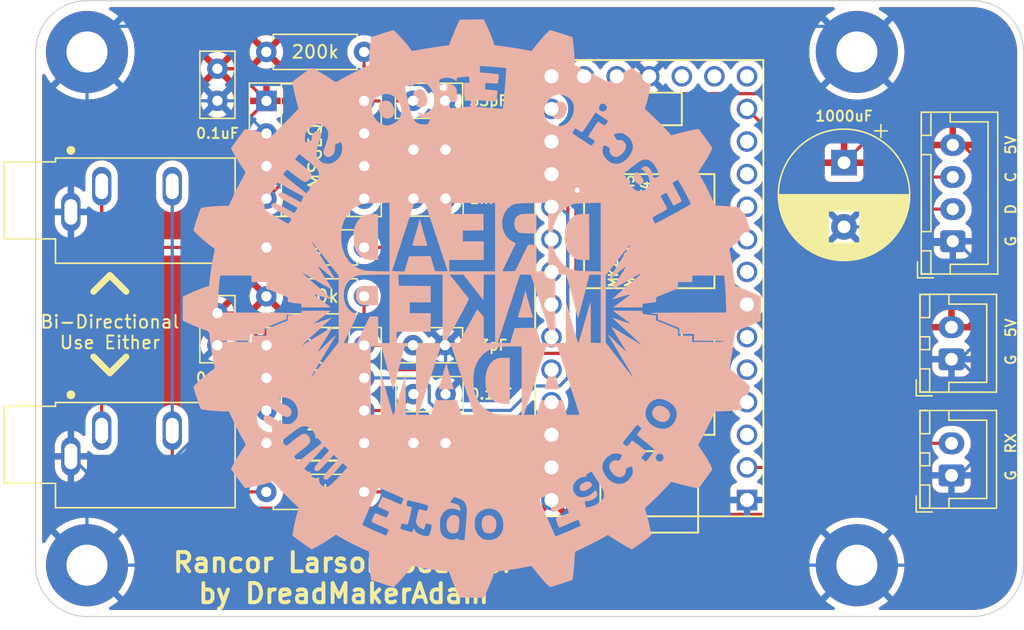
<source format=kicad_pcb>
(kicad_pcb (version 20211014) (generator pcbnew)
  (layers (0 "F.Cu" signal) (31 "B.Cu" signal) (34 "B.Paste" user) (35 "F.Paste" user) (36 "B.SilkS" user "B.Silkscreen") (37 "F.SilkS" user "F.Silkscreen") (38 "B.Mask" user) (39 "F.Mask" user) (44 "Edge.Cuts" user))
  (net 0 "")
  (net 1 "GND")
  (net 4 "LED_CLOCK")
  (net 8 "A0")
  (net 9 "A1")
  (net 10 "STROBE")
  (net 11 "RESET")
  (net 19 "+5V")
  (net 20 "LED_DATA")
  (net 31 "RX")
  (net 32 "AUDIO_L")
  (net 33 "AUDIO_R")
  (net 34 "Net-(C3-Pad1)")
  (net 35 "Net-(C4-Pad1)")
  (net 36 "Net-(C5-Pad1)")
  (net 37 "Net-(C6-Pad1)")
  (net 38 "Net-(C3-Pad2)")
  (net 39 "Net-(C7-Pad2)")
  (net 40 "Net-(C4-Pad2)")
  (net 41 "Net-(C8-Pad2)")
  (footprint "teensy:CUI_SJ1-3533NG" (layer "F.Cu") (at 38.745 71.5175)
    (fp_text reference "A2" hide)
    (fp_text value "SJ1-3533NG")
    (pad "1" thru_hole oval locked (at 0 0) (size 1.508 3.016) (drill oval 1 2) (layers *.Cu *.Mask) (net 1 "GND"))
    (pad "2" thru_hole oval locked (at 2.4 -2) (size 1.508 3.016) (drill oval 1 2) (layers *.Cu *.Mask) (net 32 "AUDIO_L"))
    (pad "3" thru_hole oval locked (at 7.9 -2) (size 1.508 3.016) (drill oval 1 2) (layers *.Cu *.Mask) (net 33 "AUDIO_R"))
  )
  (footprint "Capacitor_THT:C_Disc_D5.0mm_W2.5mm_P2.50mm" (layer "F.Cu") (at 67.945 51.425 180)
    (fp_text reference "C3" hide)
    (fp_text value "1nF")
    (pad "1" thru_hole circle (at 0 0 180) (size 1.6 1.6) (drill 0.8) (layers *.Cu *.Mask) (net 34 "Net-(C3-Pad1)"))
    (pad "2" thru_hole circle (at 2.5 0 180) (size 1.6 1.6) (drill 0.8) (layers *.Cu *.Mask) (net 38 "Net-(C3-Pad2)"))
  )
  (footprint "Connector_JST:JST_XH_B2B-XH-A_1x02_P2.50mm_Vertical" (layer "F.Cu") (at 107.375 73 90)
    (fp_text reference "J2" hide)
    (fp_text value "UART")
    (pad "1" thru_hole roundrect (at 0 0 90) (size 1.7 2) (drill 1) (layers *.Cu *.Mask) (roundrect_rratio 0.1470588235) (net 1 "GND"))
    (pad "2" thru_hole oval (at 2.5 0 90) (size 1.7 2) (drill 1) (layers *.Cu *.Mask) (net 31 "RX"))
  )
  (footprint "Capacitor_THT:C_Disc_D5.0mm_W2.5mm_P2.50mm" (layer "F.Cu") (at 65.405 62.855)
    (fp_text reference "C6" hide)
    (fp_text value "33pF")
    (pad "1" thru_hole circle (at 0 0) (size 1.6 1.6) (drill 0.8) (layers *.Cu *.Mask) (net 37 "Net-(C6-Pad1)"))
    (pad "2" thru_hole circle (at 2.5 0) (size 1.6 1.6) (drill 0.8) (layers *.Cu *.Mask) (net 1 "GND"))
  )
  (footprint "teensy:Teensy30_31_32_LC" (layer "F.Cu") (at 83.82 58.41 90)
    (fp_text reference "U1" hide)
    (fp_text value "Teensy3.2")
    (fp_text user "MKL26Z64VFT4" (at 4.445 -0.254 90) (layer "F.SilkS") (effects (font (size 0.7 0.7))))
    (fp_text user "MK20DX128VLH5" (at 4.445 -1.524 90) (layer "F.SilkS") (effects (font (size 0.7 0.7))))
    (fp_text user "MK20DX256VLH7" (at 4.445 -2.794 90) (layer "F.SilkS") (effects (font (size 0.7 0.7))))
    (pad "1" thru_hole rect (at -16.51 7.62 90) (size 1.6 1.6) (drill 1.1) (layers *.Cu *.Mask) (net 1 "GND"))
    (pad "2" thru_hole circle (at -13.97 7.62 90) (size 1.6 1.6) (drill 1.1) (layers *.Cu *.Mask) (net 31 "RX"))
    (pad "3" thru_hole circle (at -11.43 7.62 90) (size 1.6 1.6) (drill 1.1) (layers *.Cu *.Mask))
    (pad "4" thru_hole circle (at -8.89 7.62 90) (size 1.6 1.6) (drill 1.1) (layers *.Cu *.Mask))
    (pad "5" thru_hole circle (at -6.35 7.62 90) (size 1.6 1.6) (drill 1.1) (layers *.Cu *.Mask))
    (pad "6" thru_hole circle (at -3.81 7.62 90) (size 1.6 1.6) (drill 1.1) (layers *.Cu *.Mask))
    (pad "7" thru_hole circle (at -1.27 7.62 90) (size 1.6 1.6) (drill 1.1) (layers *.Cu *.Mask))
    (pad "8" thru_hole circle (at 1.27 7.62 90) (size 1.6 1.6) (drill 1.1) (layers *.Cu *.Mask))
    (pad "9" thru_hole circle (at 3.81 7.62 90) (size 1.6 1.6) (drill 1.1) (layers *.Cu *.Mask))
    (pad "10" thru_hole circle (at 6.35 7.62 90) (size 1.6 1.6) (drill 1.1) (layers *.Cu *.Mask))
    (pad "11" thru_hole circle (at 8.89 7.62 90) (size 1.6 1.6) (drill 1.1) (layers *.Cu *.Mask))
    (pad "12" thru_hole circle (at 11.43 7.62 90) (size 1.6 1.6) (drill 1.1) (layers *.Cu *.Mask))
    (pad "13" thru_hole circle (at 13.97 7.62 90) (size 1.6 1.6) (drill 1.1) (layers *.Cu *.Mask) (net 20 "LED_DATA"))
    (pad "14" thru_hole circle (at 16.51 7.62 90) (size 1.6 1.6) (drill 1.1) (layers *.Cu *.Mask))
    (pad "15" thru_hole circle (at 16.51 5.08 90) (size 1.6 1.6) (drill 1.1) (layers *.Cu *.Mask))
    (pad "16" thru_hole circle (at 16.51 2.54 90) (size 1.6 1.6) (drill 1.1) (layers *.Cu *.Mask))
    (pad "17" thru_hole circle (at 16.51 0 90) (size 1.6 1.6) (drill 1.1) (layers *.Cu *.Mask) (net 1 "GND"))
    (pad "18" thru_hole circle (at 16.51 -2.54 90) (size 1.6 1.6) (drill 1.1) (layers *.Cu *.Mask))
    (pad "19" thru_hole circle (at 16.51 -5.08 90) (size 1.6 1.6) (drill 1.1) (layers *.Cu *.Mask))
    (pad "20" thru_hole circle (at 16.51 -7.62 90) (size 1.6 1.6) (drill 1.1) (layers *.Cu *.Mask) (net 4 "LED_CLOCK"))
    (pad "21" thru_hole circle (at 13.97 -7.62 90) (size 1.6 1.6) (drill 1.1) (layers *.Cu *.Mask) (net 8 "A0"))
    (pad "22" thru_hole circle (at 11.43 -7.62 90) (size 1.6 1.6) (drill 1.1) (layers *.Cu *.Mask) (net 9 "A1"))
    (pad "23" thru_hole circle (at 8.89 -7.62 90) (size 1.6 1.6) (drill 1.1) (layers *.Cu *.Mask) (net 10 "STROBE"))
    (pad "24" thru_hole circle (at 6.35 -7.62 90) (size 1.6 1.6) (drill 1.1) (layers *.Cu *.Mask) (net 11 "RESET"))
    (pad "25" thru_hole circle (at 3.81 -7.62 90) (size 1.6 1.6) (drill 1.1) (layers *.Cu *.Mask))
    (pad "26" thru_hole circle (at 1.27 -7.62 90) (size 1.6 1.6) (drill 1.1) (layers *.Cu *.Mask))
    (pad "27" thru_hole circle (at -1.27 -7.62 90) (size 1.6 1.6) (drill 1.1) (layers *.Cu *.Mask))
    (pad "28" thru_hole circle (at -3.81 -7.62 90) (size 1.6 1.6) (drill 1.1) (layers *.Cu *.Mask))
    (pad "29" thru_hole circle (at -6.35 -7.62 90) (size 1.6 1.6) (drill 1.1) (layers *.Cu *.Mask))
    (pad "30" thru_hole circle (at -8.89 -7.62 90) (size 1.6 1.6) (drill 1.1) (layers *.Cu *.Mask))
    (pad "31" thru_hole circle (at -11.43 -7.62 90) (size 1.6 1.6) (drill 1.1) (layers *.Cu *.Mask))
    (pad "32" thru_hole circle (at -13.97 -7.62 90) (size 1.6 1.6) (drill 1.1) (layers *.Cu *.Mask) (net 1 "GND"))
    (pad "33" thru_hole circle (at -16.51 -7.62 90) (size 1.6 1.6) (drill 1.1) (layers *.Cu *.Mask) (net 19 "+5V"))
  )
  (footprint "Resistor_THT:R_Axial_DIN0207_L6.3mm_D2.5mm_P7.62mm_Horizontal" (layer "F.Cu") (at 53.975 74.285)
    (fp_text reference "R2" hide)
    (fp_text value "22k")
    (pad "1" thru_hole circle (at 0 0) (size 1.6 1.6) (drill 0.8) (layers *.Cu *.Mask) (net 33 "AUDIO_R"))
    (pad "2" thru_hole oval (at 7.62 0) (size 1.6 1.6) (drill 0.8) (layers *.Cu *.Mask) (net 35 "Net-(C4-Pad1)"))
  )
  (footprint "Resistor_THT:R_Axial_DIN0207_L6.3mm_D2.5mm_P7.62mm_Horizontal" (layer "F.Cu") (at 53.975 59.045)
    (fp_text reference "R4" hide)
    (fp_text value "200k")
    (pad "1" thru_hole circle (at 0 0) (size 1.6 1.6) (drill 0.8) (layers *.Cu *.Mask) (net 19 "+5V"))
    (pad "2" thru_hole oval (at 7.62 0) (size 1.6 1.6) (drill 0.8) (layers *.Cu *.Mask) (net 37 "Net-(C6-Pad1)"))
  )
  (footprint "MountingHole:MountingHole_3.2mm_M3_Pad" (layer "F.Cu") (at 40 40)
    (fp_text reference "H1" hide)
    (fp_text value "MountHole")
    (pad "1" thru_hole circle (at 0 0) (size 6.4 6.4) (drill 3.2) (layers *.Cu *.Mask) (net 1 "GND"))
  )
  (footprint "MountingHole:MountingHole_3.2mm_M3_Pad" (layer "F.Cu") (at 100 40)
    (fp_text reference "H4" hide)
    (fp_text value "MountHole")
    (pad "1" thru_hole circle (at 0 0) (size 6.4 6.4) (drill 3.2) (layers *.Cu *.Mask) (net 1 "GND"))
  )
  (footprint "Capacitor_THT:C_Disc_D5.0mm_W2.5mm_P2.50mm" (layer "F.Cu") (at 50.165 43.805 90)
    (fp_text reference "C1" hide)
    (fp_text value "0.1uF")
    (pad "1" thru_hole circle (at 0 0 90) (size 1.6 1.6) (drill 0.8) (layers *.Cu *.Mask) (net 1 "GND"))
    (pad "2" thru_hole circle (at 2.5 0 90) (size 1.6 1.6) (drill 0.8) (layers *.Cu *.Mask) (net 19 "+5V"))
  )
  (footprint "Resistor_THT:R_Axial_DIN0207_L6.3mm_D2.5mm_P7.62mm_Horizontal" (layer "F.Cu") (at 53.975 39.995)
    (fp_text reference "R3" hide)
    (fp_text value "200k")
    (pad "1" thru_hole circle (at 0 0) (size 1.6 1.6) (drill 0.8) (layers *.Cu *.Mask) (net 19 "+5V"))
    (pad "2" thru_hole oval (at 7.62 0) (size 1.6 1.6) (drill 0.8) (layers *.Cu *.Mask) (net 36 "Net-(C5-Pad1)"))
  )
  (footprint "teensy:CUI_SJ1-3533NG" (layer "F.Cu") (at 38.745 52.4675)
    (fp_text reference "A1" hide)
    (fp_text value "SJ1-3533NG")
    (pad "1" thru_hole oval locked (at 0 0) (size 1.508 3.016) (drill oval 1 2) (layers *.Cu *.Mask) (net 1 "GND"))
    (pad "2" thru_hole oval locked (at 2.4 -2) (size 1.508 3.016) (drill oval 1 2) (layers *.Cu *.Mask) (net 32 "AUDIO_L"))
    (pad "3" thru_hole oval locked (at 7.9 -2) (size 1.508 3.016) (drill oval 1 2) (layers *.Cu *.Mask) (net 33 "AUDIO_R"))
  )
  (footprint "Connector_JST:JST_XH_B2B-XH-A_1x02_P2.50mm_Vertical" (layer "F.Cu") (at 107.375 63.95 90)
    (fp_text reference "J1" hide)
    (fp_text value "Power")
    (pad "1" thru_hole roundrect (at 0 0 90) (size 1.7 2) (drill 1) (layers *.Cu *.Mask) (roundrect_rratio 0.1470588235) (net 1 "GND"))
    (pad "2" thru_hole oval (at 2.5 0 90) (size 1.7 2) (drill 1) (layers *.Cu *.Mask) (net 19 "+5V"))
  )
  (footprint "Capacitor_THT:C_Disc_D5.0mm_W2.5mm_P2.50mm" (layer "F.Cu") (at 67.945 70.475 180)
    (fp_text reference "C4" hide)
    (fp_text value "1nF")
    (pad "1" thru_hole circle (at 0 0 180) (size 1.6 1.6) (drill 0.8) (layers *.Cu *.Mask) (net 35 "Net-(C4-Pad1)"))
    (pad "2" thru_hole circle (at 2.5 0 180) (size 1.6 1.6) (drill 0.8) (layers *.Cu *.Mask) (net 40 "Net-(C4-Pad2)"))
  )
  (footprint "MountingHole:MountingHole_3.2mm_M3_Pad" (layer "F.Cu") (at 100 80)
    (fp_text reference "H2" hide)
    (fp_text value "MountHole")
    (pad "1" thru_hole circle (at 0 0) (size 6.4 6.4) (drill 3.2) (layers *.Cu *.Mask) (net 1 "GND"))
  )
  (footprint "Package_DIP:DIP-8_W7.62mm_Socket" (layer "F.Cu") (at 53.985 43.815)
    (fp_text reference "U2" hide)
    (fp_text value "MSGEQ7")
    (pad "1" thru_hole rect (at 0 0) (size 1.6 1.6) (drill 0.8) (layers *.Cu *.Mask) (net 19 "+5V"))
    (pad "2" thru_hole oval (at 0 2.54) (size 1.6 1.6) (drill 0.8) (layers *.Cu *.Mask) (net 1 "GND"))
    (pad "3" thru_hole oval (at 0 5.08) (size 1.6 1.6) (drill 0.8) (layers *.Cu *.Mask) (net 8 "A0"))
    (pad "4" thru_hole oval (at 0 7.62) (size 1.6 1.6) (drill 0.8) (layers *.Cu *.Mask) (net 10 "STROBE"))
    (pad "5" thru_hole oval (at 7.62 7.62) (size 1.6 1.6) (drill 0.8) (layers *.Cu *.Mask) (net 38 "Net-(C3-Pad2)"))
    (pad "6" thru_hole oval (at 7.62 5.08) (size 1.6 1.6) (drill 0.8) (layers *.Cu *.Mask) (net 39 "Net-(C7-Pad2)"))
    (pad "7" thru_hole oval (at 7.62 2.54) (size 1.6 1.6) (drill 0.8) (layers *.Cu *.Mask) (net 11 "RESET"))
    (pad "8" thru_hole oval (at 7.62 0) (size 1.6 1.6) (drill 0.8) (layers *.Cu *.Mask) (net 36 "Net-(C5-Pad1)"))
  )
  (footprint "Capacitor_THT:C_Disc_D5.0mm_W2.5mm_P2.50mm" (layer "F.Cu") (at 67.945 47.615 180)
    (fp_text reference "C7" hide)
    (fp_text value "0.1uF")
    (pad "1" thru_hole circle (at 0 0 180) (size 1.6 1.6) (drill 0.8) (layers *.Cu *.Mask) (net 1 "GND"))
    (pad "2" thru_hole circle (at 2.5 0 180) (size 1.6 1.6) (drill 0.8) (layers *.Cu *.Mask) (net 39 "Net-(C7-Pad2)"))
  )
  (footprint "Capacitor_THT:C_Disc_D5.0mm_W2.5mm_P2.50mm" (layer "F.Cu") (at 67.945 66.665 180)
    (fp_text reference "C8" hide)
    (fp_text value "0.1uF")
    (pad "1" thru_hole circle (at 0 0 180) (size 1.6 1.6) (drill 0.8) (layers *.Cu *.Mask) (net 1 "GND"))
    (pad "2" thru_hole circle (at 2.5 0 180) (size 1.6 1.6) (drill 0.8) (layers *.Cu *.Mask) (net 41 "Net-(C8-Pad2)"))
  )
  (footprint "Capacitor_THT:CP_Radial_D10.0mm_P5.00mm" (layer "F.Cu") (at 99 48.632323 -90)
    (fp_text reference "C9" hide)
    (fp_text value "1000uF")
    (pad "1" thru_hole rect (at 0 0 270) (size 2 2) (drill 1) (layers *.Cu *.Mask) (net 19 "+5V"))
    (pad "2" thru_hole circle (at 5 0 270) (size 2 2) (drill 1) (layers *.Cu *.Mask) (net 1 "GND"))
  )
  (footprint "Package_DIP:DIP-8_W7.62mm_Socket" (layer "F.Cu") (at 53.985 62.865)
    (fp_text reference "U3" hide)
    (fp_text value "MSGEQ7")
    (pad "1" thru_hole rect (at 0 0) (size 1.6 1.6) (drill 0.8) (layers *.Cu *.Mask) (net 19 "+5V"))
    (pad "2" thru_hole oval (at 0 2.54) (size 1.6 1.6) (drill 0.8) (layers *.Cu *.Mask) (net 1 "GND"))
    (pad "3" thru_hole oval (at 0 5.08) (size 1.6 1.6) (drill 0.8) (layers *.Cu *.Mask) (net 9 "A1"))
    (pad "4" thru_hole oval (at 0 7.62) (size 1.6 1.6) (drill 0.8) (layers *.Cu *.Mask) (net 10 "STROBE"))
    (pad "5" thru_hole oval (at 7.62 7.62) (size 1.6 1.6) (drill 0.8) (layers *.Cu *.Mask) (net 40 "Net-(C4-Pad2)"))
    (pad "6" thru_hole oval (at 7.62 5.08) (size 1.6 1.6) (drill 0.8) (layers *.Cu *.Mask) (net 41 "Net-(C8-Pad2)"))
    (pad "7" thru_hole oval (at 7.62 2.54) (size 1.6 1.6) (drill 0.8) (layers *.Cu *.Mask) (net 11 "RESET"))
    (pad "8" thru_hole oval (at 7.62 0) (size 1.6 1.6) (drill 0.8) (layers *.Cu *.Mask) (net 37 "Net-(C6-Pad1)"))
  )
  (footprint "Capacitor_THT:C_Disc_D5.0mm_W2.5mm_P2.50mm" (layer "F.Cu") (at 50.165 62.855 90)
    (fp_text reference "C2" hide)
    (fp_text value "0.1uF")
    (pad "1" thru_hole circle (at 0 0 90) (size 1.6 1.6) (drill 0.8) (layers *.Cu *.Mask) (net 1 "GND"))
    (pad "2" thru_hole circle (at 2.5 0 90) (size 1.6 1.6) (drill 0.8) (layers *.Cu *.Mask) (net 19 "+5V"))
  )
  (footprint "MountingHole:MountingHole_3.2mm_M3_Pad" (layer "F.Cu") (at 40 80)
    (fp_text reference "H3" hide)
    (fp_text value "MountHole")
    (pad "1" thru_hole circle (at 0 0) (size 6.4 6.4) (drill 3.2) (layers *.Cu *.Mask) (net 1 "GND"))
  )
  (footprint "Connector_JST:JST_XH_B4B-XH-A_1x04_P2.50mm_Vertical" (layer "F.Cu") (at 107.475 54.75 90)
    (fp_text reference "J3" hide)
    (fp_text value "LED_OUT")
    (pad "1" thru_hole roundrect (at 0 0 90) (size 1.7 1.95) (drill 0.95) (layers *.Cu *.Mask) (roundrect_rratio 0.1470588235) (net 1 "GND"))
    (pad "2" thru_hole oval (at 2.5 0 90) (size 1.7 1.95) (drill 0.95) (layers *.Cu *.Mask) (net 20 "LED_DATA"))
    (pad "3" thru_hole oval (at 5 0 90) (size 1.7 1.95) (drill 0.95) (layers *.Cu *.Mask) (net 4 "LED_CLOCK"))
    (pad "4" thru_hole oval (at 7.5 0 90) (size 1.7 1.95) (drill 0.95) (layers *.Cu *.Mask) (net 19 "+5V"))
  )
  (footprint "Capacitor_THT:C_Disc_D5.0mm_W2.5mm_P2.50mm" (layer "F.Cu") (at 65.405 43.805)
    (fp_text reference "C5" hide)
    (fp_text value "33pF")
    (pad "1" thru_hole circle (at 0 0) (size 1.6 1.6) (drill 0.8) (layers *.Cu *.Mask) (net 36 "Net-(C5-Pad1)"))
    (pad "2" thru_hole circle (at 2.5 0) (size 1.6 1.6) (drill 0.8) (layers *.Cu *.Mask) (net 1 "GND"))
  )
  (footprint "Resistor_THT:R_Axial_DIN0207_L6.3mm_D2.5mm_P7.62mm_Horizontal" (layer "F.Cu") (at 53.975 55.235)
    (fp_text reference "R1" hide)
    (fp_text value "22k")
    (pad "1" thru_hole circle (at 0 0) (size 1.6 1.6) (drill 0.8) (layers *.Cu *.Mask) (net 32 "AUDIO_L"))
    (pad "2" thru_hole oval (at 7.62 0) (size 1.6 1.6) (drill 0.8) (layers *.Cu *.Mask) (net 34 "Net-(C3-Pad1)"))
  )
  (footprint "custom:logo" (layer "B.Cu") (at 70 60 180)
    (fp_text reference "G***" hide)
    (fp_text value "LOGO" hide)
  )
  (gr_line (start 40.513 63.754) (end 41.783 65.024) (layer "F.SilkS") (width 0.5))
  (gr_line (start 40.513 58.674) (end 41.783 57.404) (layer "F.SilkS") (width 0.5))
  (gr_line (start 41.783 57.404) (end 43.053 58.674) (layer "F.SilkS") (width 0.5))
  (gr_line (start 41.783 65.024) (end 43.053 63.754) (layer "F.SilkS") (width 0.5))
  (gr_arc (start 109 36) (mid 111.828427 37.171573) (end 113 40) (layer "Edge.Cuts") (width 0.1))
  (gr_line (start 40 36) (end 109 36) (layer "Edge.Cuts") (width 0.1))
  (gr_arc (start 40 84) (mid 37.171573 82.828427) (end 36 80) (layer "Edge.Cuts") (width 0.1))
  (gr_line (start 40 84) (end 109 84) (layer "Edge.Cuts") (width 0.1))
  (gr_line (start 36 40) (end 36 80) (layer "Edge.Cuts") (width 0.1))
  (gr_arc (start 113 80) (mid 111.828427 82.828427) (end 109 84) (layer "Edge.Cuts") (width 0.1))
  (gr_line (start 113 80) (end 113 40) (layer "Edge.Cuts") (width 0.1))
  (gr_arc (start 36 40) (mid 37.171573 37.171573) (end 40 36) (layer "Edge.Cuts") (width 0.1))
  (gr_text "1nF" (at 69.723 70.475) (layer "F.SilkS") (effects (font (size 0.8 0.8)) (justify left)))
  (gr_text "5V" (at 112 47.25 90) (layer "F.SilkS") (effects (font (size 0.8 0.8))))
  (gr_text "0.1uF" (at 50.165 65.395) (layer "F.SilkS") (effects (font (size 0.8 0.8))))
  (gr_text "1000uF" (at 99 45) (layer "F.SilkS") (effects (font (size 0.8 0.8))))
  (gr_text "Rancor Larson Scanner\nby DreadMakerAdam" (at 60 81) (layer "F.SilkS") (effects (font (size 1.5 1.5) (thickness 0.3))))
  (gr_text "33pF" (at 69.723 43.805) (layer "F.SilkS") (effects (font (size 0.8 0.8)) (justify left)))
  (gr_text "MSGEQ7" (at 57.785 47.615 90) (layer "F.SilkS") (effects (font (size 1 1))))
  (gr_text "C" (at 112 49.75 90) (layer "F.SilkS") (effects (font (size 0.8 0.8))))
  (gr_text "33pF" (at 69.723 62.855) (layer "F.SilkS") (effects (font (size 0.8 0.8)) (justify left)))
  (gr_text "0.1uF" (at 50.165 46.345) (layer "F.SilkS") (effects (font (size 0.8 0.8))))
  (gr_text "5V" (at 112 61.5 90) (layer "F.SilkS") (effects (font (size 0.8 0.8))))
  (gr_text "Bi-Directional\nUse Either" (at 41.783 61.839) (layer "F.SilkS") (effects (font (size 1 1))))
  (gr_text "G" (at 112 54.75 90) (layer "F.SilkS") (effects (font (size 0.8 0.8))))
  (gr_text "D" (at 112 52.25 90) (layer "F.SilkS") (effects (font (size 0.8 0.8))))
  (gr_text "0.1uF" (at 69.723 47.615) (layer "F.SilkS") (effects (font (size 0.8 0.8)) (justify left)))
  (gr_text "22k" (at 57.785 74.285) (layer "F.SilkS") (effects (font (size 1 1))))
  (gr_text "200k" (at 57.785 39.995) (layer "F.SilkS") (effects (font (size 1 1))))
  (gr_text "1nF" (at 69.723 51.425) (layer "F.SilkS") (effects (font (size 0.8 0.8)) (justify left)))
  (gr_text "RX" (at 112 70.5 90) (layer "F.SilkS") (effects (font (size 0.8 0.8))))
  (gr_text "22k" (at 57.785 55.235) (layer "F.SilkS") (effects (font (size 1 1))))
  (gr_text "MSGEQ7" (at 57.795 66.665 90) (layer "F.SilkS") (effects (font (size 1 1))))
  (gr_text "200k" (at 57.785 59.045) (layer "F.SilkS") (effects (font (size 1 1))))
  (gr_text "0.1uF" (at 69.723 66.665) (layer "F.SilkS") (effects (font (size 0.8 0.8)) (justify left)))
  (gr_text "G" (at 112 73 90) (layer "F.SilkS") (effects (font (size 0.8 0.8))))
  (gr_text "G" (at 112 64 90) (layer "F.SilkS") (effects (font (size 0.8 0.8))))
  (segment (start 109 56) (end 107.75 54.75) (width 0.25) (layer "B.Cu") (net 1))
  (segment (start 40.005 40.005) (end 40 40) (width 0.25) (layer "B.Cu") (net 1))
  (segment (start 40 80) (end 100 80) (width 0.25) (layer "B.Cu") (net 1))
  (segment (start 66.675 61.585) (end 66.675 61.625) (width 0.25) (layer "B.Cu") (net 1))
  (segment (start 101.632323 53.632323) (end 103 55) (width 0.25) (layer "B.Cu") (net 1))
  (segment (start 107.375 63.95) (end 108.05 63.95) (width 0.25) (layer "B.Cu") (net 1))
  (segment (start 51.435 62.855) (end 53.985 65.405) (width 0.25) (layer "B.Cu") (net 1))
  (segment (start 40 72.7725) (end 38.745 71.5175) (width 0.25) (layer "B.Cu") (net 1))
  (segment (start 76.2 72.38) (end 47.625 72.38) (width 0.25) (layer "B.Cu") (net 1))
  (segment (start 106 80) (end 107.375 78.625) (width 0.25) (layer "B.Cu") (net 1))
  (segment (start 107.95 63.95) (end 107.375 63.95) (width 0.25) (layer "B.Cu") (net 1))
  (segment (start 100 80) (end 106 80) (width 0.25) (layer "B.Cu") (net 1))
  (segment (start 50.165 62.855) (end 51.435 61.585) (width 0.25) (layer "B.Cu") (net 1))
  (segment (start 107.225 55) (end 107.475 54.75) (width 0.25) (layer "B.Cu") (net 1))
  (segment (start 50.165 68.276757) (end 50.165 62.855) (width 0.25) (layer "B.Cu") (net 1))
  (segment (start 103 55) (end 107.225 55) (width 0.25) (layer "B.Cu") (net 1))
  (segment (start 82.55 43.17) (end 83.82 41.9) (width 0.25) (layer "B.Cu") (net 1))
  (segment (start 109 72) (end 109 65) (width 0.25) (layer "B.Cu") (net 1))
  (segment (start 91.44 74.92) (end 94.92 74.92) (width 0.25) (layer "B.Cu") (net 1))
  (segment (start 46.7625 71.5175) (end 46.924257 71.5175) (width 0.25) (layer "B.Cu") (net 1))
  (segment (start 51.435 43.805) (end 53.985 46.355) (width 0.25) (layer "B.Cu") (net 1))
  (segment (start 50.165 62.855) (end 51.435 62.855) (width 0.25) (layer "B.Cu") (net 1))
  (segment (start 107.75 54.75) (end 107.475 54.75) (width 0.25) (layer "B.Cu") (net 1))
  (segment (start 40.005 43.805) (end 50.165 43.805) (width 0.25) (layer "B.Cu") (net 1))
  (segment (start 51.435 42.535) (end 66.635 42.535) (width 0.25) (layer "B.Cu") (net 1))
  (segment (start 51.435 61.585) (end 66.675 61.585) (width 0.25) (layer "B.Cu") (net 1))
  (segment (start 50.165 43.805) (end 51.435 43.805) (width 0.25) (layer "B.Cu") (net 1))
  (segment (start 94.92 74.92) (end 100 80) (width 0.25) (layer "B.Cu") (net 1))
  (segment (start 38.745 45.065) (end 40.005 43.805) (width 0.25) (layer "B.Cu") (net 1))
  (segment (start 67.905 43.805) (end 68.54 43.17) (width 0.25) (layer "B.Cu") (net 1))
  (segment (start 50.165 43.805) (end 51.435 42.535) (width 0.25) (layer "B.Cu") (net 1))
  (segment (start 78.74 74.92) (end 91.44 74.92) (width 0.25) (layer "B.Cu") (net 1))
  (segment (start 40 80) (end 40 72.7725) (width 0.25) (layer "B.Cu") (net 1))
  (segment (start 76.2 72.38) (end 78.74 74.92) (width 0.25) (layer "B.Cu") (net 1))
  (segment (start 40.005 43.805) (end 40.005 40.005) (width 0.25) (layer "B.Cu") (net 1))
  (segment (start 67.905 43.805) (end 67.905 47.575) (width 0.25) (layer "B.Cu") (net 1))
  (segment (start 109 63) (end 109 56) (width 0.25) (layer "B.Cu") (net 1))
  (segment (start 108 73) (end 109 72) (width 0.25) (layer "B.Cu") (net 1))
  (segment (start 99 53.632323) (end 101.632323 53.632323) (width 0.25) (layer "B.Cu") (net 1))
  (segment (start 42 38) (end 98 38) (width 0.25) (layer "B.Cu") (net 1))
  (segment (start 38.745 52.4675) (end 38.745 45.065) (width 0.25) (layer "B.Cu") (net 1))
  (segment (start 66.675 61.625) (end 67.905 62.855) (width 0.25) (layer "B.Cu") (net 1))
  (segment (start 47.625 72.38) (end 46.7625 71.5175) (width 0.25) (layer "B.Cu") (net 1))
  (segment (start 38.745 71.5175) (end 46.7625 71.5175) (width 0.25) (layer "B.Cu") (net 1))
  (segment (start 66.635 42.535) (end 67.905 43.805) (width 0.25) (layer "B.Cu") (net 1))
  (segment (start 108.05 63.95) (end 109 63) (width 0.25) (layer "B.Cu") (net 1))
  (segment (start 107.375 78.625) (end 107.375 73) (width 0.25) (layer "B.Cu") (net 1))
  (segment (start 67.945 66.665) (end 67.945 62.895) (width 0.25) (layer "B.Cu") (net 1))
  (segment (start 107.375 73) (end 108 73) (width 0.25) (layer "B.Cu") (net 1))
  (segment (start 109 65) (end 107.95 63.95) (width 0.25) (layer "B.Cu") (net 1))
  (segment (start 46.924257 71.5175) (end 50.165 68.276757) (width 0.25) (layer "B.Cu") (net 1))
  (segment (start 68.54 43.17) (end 82.55 43.17) (width 0.25) (layer "B.Cu") (net 1))
  (segment (start 40 40) (end 42 38) (width 0.25) (layer "B.Cu") (net 1))
  (segment (start 67.945 62.895) (end 67.905 62.855) (width 0.25) (layer "B.Cu") (net 1))
  (segment (start 98 38) (end 100 40) (width 0.25) (layer "B.Cu") (net 1))
  (segment (start 38.745 71.5175) (end 38.745 52.4675) (width 0.25) (layer "B.Cu") (net 1))
  (segment (start 67.905 47.575) (end 67.945 47.615) (width 0.25) (layer "B.Cu") (net 1))
  (segment (start 107.475 49.75) (end 101.25 49.75) (width 0.25) (layer "F.Cu") (net 4))
  (segment (start 93.75 47) (end 93.75 44) (width 0.25) (layer "F.Cu") (net 4))
  (segment (start 93 43.25) (end 77.55 43.25) (width 0.25) (layer "F.Cu") (net 4))
  (segment (start 77.55 43.25) (end 76.2 41.9) (width 0.25) (layer "F.Cu") (net 4))
  (segment (start 93.75 44) (end 93 43.25) (width 0.25) (layer "F.Cu") (net 4))
  (segment (start 97 50.25) (end 93.75 47) (width 0.25) (layer "F.Cu") (net 4))
  (segment (start 101.25 49.75) (end 100.75 50.25) (width 0.25) (layer "F.Cu") (net 4))
  (segment (start 100.75 50.25) (end 97 50.25) (width 0.25) (layer "F.Cu") (net 4))
  (segment (start 63.5 45.71) (end 74.93 45.71) (width 0.25) (layer "F.Cu") (net 8))
  (segment (start 74.93 45.71) (end 76.2 44.44) (width 0.25) (layer "F.Cu") (net 8))
  (segment (start 57.785 45.075) (end 62.865 45.075) (width 0.25) (layer "F.Cu") (net 8))
  (segment (start 57.785 45.095) (end 57.785 45.075) (width 0.25) (layer "F.Cu") (net 8))
  (segment (start 53.985 48.895) (end 57.785 45.095) (width 0.25) (layer "F.Cu") (net 8))
  (segment (start 62.865 45.075) (end 63.5 45.71) (width 0.25) (layer "F.Cu") (net 8))
  (segment (start 62.865 64.125) (end 63.5 64.76) (width 0.25) (layer "F.Cu") (net 9))
  (segment (start 63.5 64.76) (end 73.025 64.76) (width 0.25) (layer "F.Cu") (net 9))
  (segment (start 53.985 67.945) (end 57.785 64.145) (width 0.25) (layer "F.Cu") (net 9))
  (segment (start 77.47 62.855) (end 77.47 48.25) (width 0.25) (layer "F.Cu") (net 9))
  (segment (start 57.785 64.145) (end 57.785 64.125) (width 0.25) (layer "F.Cu") (net 9))
  (segment (start 73.025 64.76) (end 74.295 63.49) (width 0.25) (layer "F.Cu") (net 9))
  (segment (start 74.295 63.49) (end 76.835 63.49) (width 0.25) (layer "F.Cu") (net 9))
  (segment (start 77.47 48.25) (end 76.2 46.98) (width 0.25) (layer "F.Cu") (net 9))
  (segment (start 57.785 64.125) (end 62.865 64.125) (width 0.25) (layer "F.Cu") (net 9))
  (segment (start 76.835 63.49) (end 77.47 62.855) (width 0.25) (layer "F.Cu") (net 9))
  (segment (start 55.245 50.175) (end 55.245 50.155) (width 0.25) (layer "F.Cu") (net 10))
  (segment (start 72.39 69.205) (end 73.66 69.205) (width 0.25) (layer "F.Cu") (net 10))
  (segment (start 53.985 70.485) (end 55.245 69.225) (width 0.25) (layer "F.Cu") (net 10))
  (segment (start 55.245 69.205) (end 71.12 69.205) (width 0.25) (layer "F.Cu") (net 10))
  (segment (start 55.245 50.155) (end 75.565 50.155) (width 0.25) (layer "F.Cu") (net 10))
  (segment (start 74.295 68.57) (end 78.105 68.57) (width 0.25) (layer "F.Cu") (net 10))
  (segment (start 75.565 50.155) (end 76.2 49.52) (width 0.25) (layer "F.Cu") (net 10))
  (segment (start 55.245 69.225) (end 55.245 69.205) (width 0.25) (layer "F.Cu") (net 10))
  (segment (start 80.01 67.935) (end 80.01 61.585) (width 0.25) (layer "F.Cu") (net 10))
  (segment (start 78.105 59.68) (end 78.105 50.8795) (width 0.25) (layer "F.Cu") (net 10))
  (segment (start 71.12 69.205) (end 72.39 69.205) (width 0.25) (layer "F.Cu") (net 10))
  (segment (start 73.66 69.205) (end 74.295 68.57) (width 0.25) (layer "F.Cu") (net 10))
  (segment (start 78.105 50.8795) (end 78.1945 50.79) (width 0.25) (layer "F.Cu") (net 10))
  (segment (start 78.105 68.57) (end 79.375 68.57) (width 0.25) (layer "F.Cu") (net 10))
  (segment (start 53.985 51.435) (end 55.245 50.175) (width 0.25) (layer "F.Cu") (net 10))
  (segment (start 80.01 61.585) (end 78.105 59.68) (width 0.25) (layer "F.Cu") (net 10))
  (segment (start 79.375 68.57) (end 80.01 67.935) (width 0.25) (layer "F.Cu") (net 10))
  (via (at 78.1945 50.79) (size 0.8) (drill 0.4) (layers "F.Cu" "B.Cu") (net 10))
  (segment (start 78.1945 50.79) (end 78.105 50.7005) (width 0.25) (layer "B.Cu") (net 10))
  (segment (start 77.47 49.52) (end 76.2 49.52) (width 0.25) (layer "B.Cu") (net 10))
  (segment (start 78.105 50.7005) (end 78.105 50.155) (width 0.25) (layer "B.Cu") (net 10))
  (segment (start 78.105 50.155) (end 77.47 49.52) (width 0.25) (layer "B.Cu") (net 10))
  (segment (start 66.04 65.395) (end 66.675 66.03) (width 0.25) (layer "B.Cu") (net 11))
  (segment (start 66.675 48.885) (end 67.31 49.52) (width 0.25) (layer "B.Cu") (net 11))
  (segment (start 73.66 49.52) (end 76.2 52.06) (width 0.25) (layer "B.Cu") (net 11))
  (segment (start 66.03 65.405) (end 66.04 65.395) (width 0.25) (layer "B.Cu") (net 11))
  (segment (start 67.31 67.935) (end 73.025 67.935) (width 0.25) (layer "B.Cu") (net 11))
  (segment (start 61.605 46.355) (end 66.05 46.355) (width 0.25) (layer "B.Cu") (net 11))
  (segment (start 66.675 46.98) (end 66.675 48.885) (width 0.25) (layer "B.Cu") (net 11))
  (segment (start 66.05 46.355) (end 66.675 46.98) (width 0.25) (layer "B.Cu") (net 11))
  (segment (start 77.47 52.695) (end 76.835 52.06) (width 0.25) (layer "B.Cu") (net 11))
  (segment (start 77.47 65.395) (end 77.47 52.695) (width 0.25) (layer "B.Cu") (net 11))
  (segment (start 66.675 66.03) (end 66.675 67.3) (width 0.25) (layer "B.Cu") (net 11))
  (segment (start 66.675 67.3) (end 67.31 67.935) (width 0.25) (layer "B.Cu") (net 11))
  (segment (start 74.93 66.03) (end 76.835 66.03) (width 0.25) (layer "B.Cu") (net 11))
  (segment (start 76.835 52.06) (end 76.2 52.06) (width 0.25) (layer "B.Cu") (net 11))
  (segment (start 67.31 49.52) (end 73.66 49.52) (width 0.25) (layer "B.Cu") (net 11))
  (segment (start 61.605 65.405) (end 66.03 65.405) (width 0.25) (layer "B.Cu") (net 11))
  (segment (start 73.025 67.935) (end 74.93 66.03) (width 0.25) (layer "B.Cu") (net 11))
  (segment (start 76.835 66.03) (end 77.47 65.395) (width 0.25) (layer "B.Cu") (net 11))
  (segment (start 50.165 60.355) (end 51.475 60.355) (width 0.25) (layer "F.Cu") (net 19))
  (segment (start 52.07 45.73) (end 53.985 43.815) (width 0.25) (layer "F.Cu") (net 19))
  (segment (start 109.45 61.45) (end 110 62) (width 0.25) (layer "F.Cu") (net 19))
  (segment (start 45.085 73.65) (end 46.99 75.555) (width 0.25) (layer "F.Cu") (net 19))
  (segment (start 55.245 53.33) (end 53.34 53.33) (width 0.25) (layer "F.Cu") (net 19))
  (segment (start 107.375 61.45) (end 109.45 61.45) (width 0.25) (layer "F.Cu") (net 19))
  (segment (start 110 75) (end 109 76) (width 0.25) (layer "F.Cu") (net 19))
  (segment (start 53.975 59.045) (end 55.88 57.14) (width 0.25) (layer "F.Cu") (net 19))
  (segment (start 108.55 61.45) (end 110 60) (width 0.25) (layer "F.Cu") (net 19))
  (segment (start 55.88 53.965) (end 55.245 53.33) (width 0.25) (layer "F.Cu") (net 19))
  (segment (start 52.07 52.06) (end 52.07 45.73) (width 0.25) (layer "F.Cu") (net 19))
  (segment (start 52.665 60.355) (end 53.975 59.045) (width 0.25) (layer "F.Cu") (net 19))
  (segment (start 50.165 60.355) (end 46.95 60.355) (width 0.25) (layer "F.Cu") (net 19))
  (segment (start 108.25 47.25) (end 107.475 47.25) (width 0.25) (layer "F.Cu") (net 19))
  (segment (start 46.95 60.355) (end 45.085 62.22) (width 0.25) (layer "F.Cu") (net 19))
  (segment (start 45.085 62.22) (end 45.085 73.65) (width 0.25) (layer "F.Cu") (net 19))
  (segment (start 77.324511 76.044511) (end 76.2 74.92) (width 0.25) (layer "F.Cu") (net 19))
  (segment (start 110 49) (end 108.25 47.25) (width 0.25) (layer "F.Cu") (net 19))
  (segment (start 50.165 41.305) (end 52.665 41.305) (width 0.25) (layer "F.Cu") (net 19))
  (segment (start 100.382323 47.25) (end 99 48.632323) (width 0.25) (layer "F.Cu") (net 19))
  (segment (start 46.99 75.555) (end 75.565 75.555) (width 0.25) (layer "F.Cu") (net 19))
  (segment (start 51.475 60.355) (end 53.985 62.865) (width 0.25) (layer "F.Cu") (net 19))
  (segment (start 53.34 53.33) (end 52.07 52.06) (width 0.25) (layer "F.Cu") (net 19))
  (segment (start 50.165 41.305) (end 51.475 41.305) (width 0.25) (layer "F.Cu") (net 19))
  (segment (start 110 60) (end 110 49) (width 0.25) (layer "F.Cu") (net 19))
  (segment (start 50.165 60.355) (end 52.665 60.355) (width 0.25) (layer "F.Cu") (net 19))
  (segment (start 55.88 57.14) (end 55.88 53.965) (width 0.25) (layer "F.Cu") (net 19))
  (segment (start 51.475 41.305) (end 53.985 43.815) (width 0.25) (layer "F.Cu") (net 19))
  (segment (start 75.565 75.555) (end 76.2 74.92) (width 0.25) (layer "F.Cu") (net 19))
  (segment (start 106.955489 76.044511) (end 77.324511 76.044511) (width 0.25) (layer "F.Cu") (net 19))
  (segment (start 109 76) (end 107 76) (width 0.25) (layer "F.Cu") (net 19))
  (segment (start 110 62) (end 110 75) (width 0.25) (layer "F.Cu") (net 19))
  (segment (start 52.665 41.305) (end 53.975 39.995) (width 0.25) (layer "F.Cu") (net 19))
  (segment (start 107.475 47.25) (end 100.382323 47.25) (width 0.25) (layer "F.Cu") (net 19))
  (segment (start 107 76) (end 106.955489 76.044511) (width 0.25) (layer "F.Cu") (net 19))
  (segment (start 107.375 61.45) (end 108.55 61.45) (width 0.25) (layer "F.Cu") (net 19))
  (segment (start 93 46) (end 91.44 44.44) (width 0.25) (layer "F.Cu") (net 20))
  (segment (start 93 48) (end 93 46) (width 0.25) (layer "F.Cu") (net 20))
  (segment (start 107.475 52.25) (end 101.75 52.25) (width 0.25) (layer "F.Cu") (net 20))
  (segment (start 100.75 51.25) (end 96.25 51.25) (width 0.25) (layer "F.Cu") (net 20))
  (segment (start 96.25 51.25) (end 93 48) (width 0.25) (layer "F.Cu") (net 20))
  (segment (start 101.75 52.25) (end 100.75 51.25) (width 0.25) (layer "F.Cu") (net 20))
  (segment (start 102.62 72.38) (end 104.5 70.5) (width 0.25) (layer "F.Cu") (net 31))
  (segment (start 104.5 70.5) (end 107.375 70.5) (width 0.25) (layer "F.Cu") (net 31))
  (segment (start 91.44 72.38) (end 102.62 72.38) (width 0.25) (layer "F.Cu") (net 31))
  (segment (start 53.975 55.235) (end 43.235 55.235) (width 0.25) (layer "F.Cu") (net 32))
  (segment (start 41.145 49.8425) (end 41.145 53.145) (width 0.25) (layer "F.Cu") (net 32))
  (segment (start 41.145 49.8425) (end 41.145 68.8925) (width 0.25) (layer "F.Cu") (net 32))
  (segment (start 41.145 53.145) (end 41.145 53.21) (width 0.25) (layer "F.Cu") (net 32))
  (segment (start 43.235 55.235) (end 41.145 53.145) (width 0.25) (layer "F.Cu") (net 32))
  (segment (start 48.895 74.285) (end 53.975 74.285) (width 0.25) (layer "F.Cu") (net 33))
  (segment (start 46.645 72.035) (end 48.895 74.285) (width 0.25) (layer "F.Cu") (net 33))
  (segment (start 46.645 69.5175) (end 46.645 72.035) (width 0.25) (layer "F.Cu") (net 33))
  (segment (start 46.645 69.5175) (end 46.645 50.4675) (width 0.25) (layer "B.Cu") (net 33))
  (segment (start 67.945 51.425) (end 67.945 53.965) (width 0.25) (layer "F.Cu") (net 34))
  (segment (start 66.675 55.235) (end 61.595 55.235) (width 0.25) (layer "F.Cu") (net 34))
  (segment (start 67.945 53.965) (end 66.675 55.235) (width 0.25) (layer "F.Cu") (net 34))
  (segment (start 66.675 74.285) (end 67.945 73.015) (width 0.25) (layer "F.Cu") (net 35))
  (segment (start 61.595 74.285) (end 66.675 74.285) (width 0.25) (layer "F.Cu") (net 35))
  (segment (start 67.945 73.015) (end 67.945 70.475) (width 0.25) (layer "F.Cu") (net 35))
  (segment (start 65.395 43.815) (end 65.405 43.805) (width 0.25) (layer "F.Cu") (net 36))
  (segment (start 61.595 43.805) (end 61.605 43.815) (width 0.25) (layer "F.Cu") (net 36))
  (segment (start 61.605 43.815) (end 65.395 43.815) (width 0.25) (layer "F.Cu") (net 36))
  (segment (start 61.595 39.995) (end 61.595 43.805) (width 0.25) (layer "F.Cu") (net 36))
  (segment (start 61.595 59.045) (end 61.595 62.855) (width 0.25) (layer "F.Cu") (net 37))
  (segment (start 61.605 62.865) (end 65.395 62.865) (width 0.25) (layer "F.Cu") (net 37))
  (segment (start 61.595 62.855) (end 61.605 62.865) (width 0.25) (layer "F.Cu") (net 37))
  (segment (start 65.395 62.865) (end 65.405 62.855) (width 0.25) (layer "F.Cu") (net 37))
  (segment (start 61.615 51.425) (end 61.605 51.435) (width 0.25) (layer "F.Cu") (net 38))
  (segment (start 65.445 51.425) (end 61.615 51.425) (width 0.25) (layer "F.Cu") (net 38))
  (segment (start 64.175 48.885) (end 64.135 48.885) (width 0.25) (layer "F.Cu") (net 39))
  (segment (start 65.445 47.615) (end 64.175 48.885) (width 0.25) (layer "F.Cu") (net 39))
  (segment (start 64.135 48.885) (end 64.125 48.895) (width 0.25) (layer "F.Cu") (net 39))
  (segment (start 64.125 48.895) (end 61.605 48.895) (width 0.25) (layer "F.Cu") (net 39))
  (segment (start 61.605 70.485) (end 65.435 70.485) (width 0.25) (layer "F.Cu") (net 40))
  (segment (start 65.435 70.485) (end 65.445 70.475) (width 0.25) (layer "F.Cu") (net 40))
  (segment (start 64.175 67.935) (end 65.445 66.665) (width 0.25) (layer "F.Cu") (net 41))
  (segment (start 64.135 67.935) (end 64.175 67.935) (width 0.25) (layer "F.Cu") (net 41))
  (segment (start 61.605 67.945) (end 64.125 67.945) (width 0.25) (layer "F.Cu") (net 41))
  (segment (start 64.125 67.945) (end 64.135 67.935) (width 0.25) (layer "F.Cu") (net 41))
  (zone (net 19) (net_name "+5V") (layer "F.Cu") (connect_pads (clearance 0.508)) (min_thickness 0.254) (fill yes (thermal_gap 0.508) (thermal_bridge_width 0.508))
    (polygon (pts (xy 111 37) (xy 112 38) (xy 113 40) (xy 113 80) (xy 112 82) (xy 111 83) (xy 109 84) (xy 40 84) (xy 38 83) (xy 37 82) (xy 36 80) (xy 36 40) (xy 37 38) (xy 38 37) (xy 40 36) (xy 109 36)))
  )
  (zone (net 1) (net_name "GND") (layer "B.Cu") (connect_pads (clearance 0.508)) (min_thickness 0.254) (fill yes (thermal_gap 0.508) (thermal_bridge_width 0.508))
    (polygon (pts (xy 111 37) (xy 112 38) (xy 113 40) (xy 113 80) (xy 112 82) (xy 111 83) (xy 109 84) (xy 40 84) (xy 38 83) (xy 37 82) (xy 36 80) (xy 36 40) (xy 37 38) (xy 38 37) (xy 40 36) (xy 109 36)))
  )
)
</source>
